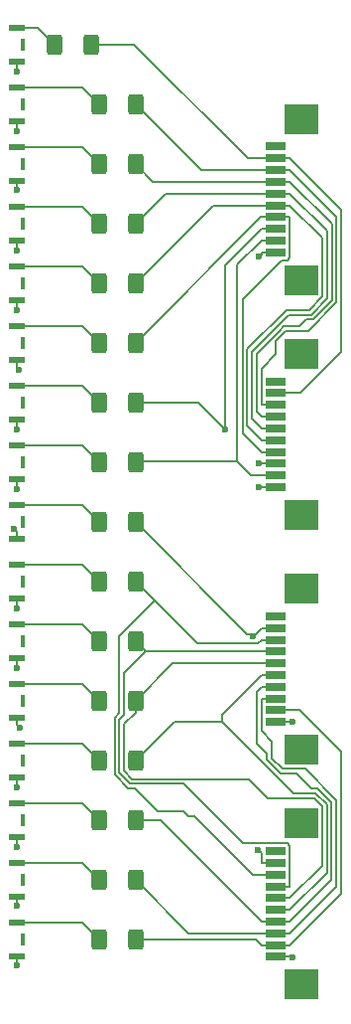
<source format=gbr>
%TF.GenerationSoftware,KiCad,Pcbnew,8.0.3-8.0.3-0~ubuntu22.04.1*%
%TF.CreationDate,2024-10-28T11:00:08+03:00*%
%TF.ProjectId,PM-LED16,504d2d4c-4544-4313-962e-6b696361645f,rev?*%
%TF.SameCoordinates,Original*%
%TF.FileFunction,Copper,L1,Top*%
%TF.FilePolarity,Positive*%
%FSLAX46Y46*%
G04 Gerber Fmt 4.6, Leading zero omitted, Abs format (unit mm)*
G04 Created by KiCad (PCBNEW 8.0.3-8.0.3-0~ubuntu22.04.1) date 2024-10-28 11:00:08*
%MOMM*%
%LPD*%
G01*
G04 APERTURE LIST*
G04 Aperture macros list*
%AMRoundRect*
0 Rectangle with rounded corners*
0 $1 Rounding radius*
0 $2 $3 $4 $5 $6 $7 $8 $9 X,Y pos of 4 corners*
0 Add a 4 corners polygon primitive as box body*
4,1,4,$2,$3,$4,$5,$6,$7,$8,$9,$2,$3,0*
0 Add four circle primitives for the rounded corners*
1,1,$1+$1,$2,$3*
1,1,$1+$1,$4,$5*
1,1,$1+$1,$6,$7*
1,1,$1+$1,$8,$9*
0 Add four rect primitives between the rounded corners*
20,1,$1+$1,$2,$3,$4,$5,0*
20,1,$1+$1,$4,$5,$6,$7,0*
20,1,$1+$1,$6,$7,$8,$9,0*
20,1,$1+$1,$8,$9,$2,$3,0*%
G04 Aperture macros list end*
%TA.AperFunction,SMDPad,CuDef*%
%ADD10R,1.410000X0.630000*%
%TD*%
%TA.AperFunction,SMDPad,CuDef*%
%ADD11R,0.430000X1.070000*%
%TD*%
%TA.AperFunction,SMDPad,CuDef*%
%ADD12RoundRect,0.250000X-0.400000X-0.625000X0.400000X-0.625000X0.400000X0.625000X-0.400000X0.625000X0*%
%TD*%
%TA.AperFunction,SMDPad,CuDef*%
%ADD13R,1.803400X0.635000*%
%TD*%
%TA.AperFunction,SMDPad,CuDef*%
%ADD14R,2.997200X2.590800*%
%TD*%
%TA.AperFunction,ViaPad*%
%ADD15C,0.600000*%
%TD*%
%TA.AperFunction,Conductor*%
%ADD16C,0.200000*%
%TD*%
G04 APERTURE END LIST*
D10*
%TO.P,D1,1*%
%TO.N,Net-(D1-Pad1)*%
X52131000Y-56200000D03*
%TO.P,D1,2*%
%TO.N,GND*%
X52131000Y-59040000D03*
D11*
%TO.P,D1,3*%
%TO.N,N/C*%
X52621000Y-57620000D03*
%TD*%
D12*
%TO.P,R8,1*%
%TO.N,Net-(D8-Pad1)*%
X59170000Y-93180000D03*
%TO.P,R8,2*%
%TO.N,Net-(J1-Pin_2)*%
X62270000Y-93180000D03*
%TD*%
%TO.P,R10,1*%
%TO.N,Net-(D10-Pad1)*%
X59170000Y-103340000D03*
%TO.P,R10,2*%
%TO.N,Net-(J3-Pin_8)*%
X62270000Y-103340000D03*
%TD*%
D13*
%TO.P,J4,1,Pin_1*%
%TO.N,GND*%
X74244000Y-135299991D03*
%TO.P,J4,2,Pin_2*%
%TO.N,Net-(J3-Pin_2)*%
X74244000Y-134299993D03*
%TO.P,J4,3,Pin_3*%
%TO.N,Net-(J3-Pin_3)*%
X74244000Y-133299995D03*
%TO.P,J4,4,Pin_4*%
%TO.N,Net-(J3-Pin_4)*%
X74244000Y-132299997D03*
%TO.P,J4,5,Pin_5*%
%TO.N,Net-(J3-Pin_5)*%
X74244000Y-131299999D03*
%TO.P,J4,6,Pin_6*%
%TO.N,Net-(J3-Pin_6)*%
X74244000Y-130300001D03*
%TO.P,J4,7,Pin_7*%
%TO.N,Net-(J3-Pin_7)*%
X74244000Y-129300003D03*
%TO.P,J4,8,Pin_8*%
%TO.N,Net-(J3-Pin_8)*%
X74244000Y-128300005D03*
%TO.P,J4,9,Pin_9*%
%TO.N,Net-(J3-Pin_9)*%
X74244000Y-127300007D03*
%TO.P,J4,10,Pin_10*%
%TO.N,unconnected-(J4-Pin_10-Pad10)*%
X74244000Y-126300009D03*
D14*
%TO.P,J4,11*%
%TO.N,N/C*%
X76414001Y-137650002D03*
%TO.P,J4,12*%
X76414001Y-123949998D03*
%TD*%
D13*
%TO.P,J1,1,Pin_1*%
%TO.N,GND*%
X74244000Y-75299991D03*
%TO.P,J1,2,Pin_2*%
%TO.N,Net-(J1-Pin_2)*%
X74244000Y-74299993D03*
%TO.P,J1,3,Pin_3*%
%TO.N,Net-(J1-Pin_3)*%
X74244000Y-73299995D03*
%TO.P,J1,4,Pin_4*%
%TO.N,Net-(J1-Pin_4)*%
X74244000Y-72299997D03*
%TO.P,J1,5,Pin_5*%
%TO.N,Net-(J1-Pin_5)*%
X74244000Y-71299999D03*
%TO.P,J1,6,Pin_6*%
%TO.N,Net-(J1-Pin_6)*%
X74244000Y-70300001D03*
%TO.P,J1,7,Pin_7*%
%TO.N,Net-(J1-Pin_7)*%
X74244000Y-69300003D03*
%TO.P,J1,8,Pin_8*%
%TO.N,Net-(J1-Pin_8)*%
X74244000Y-68300005D03*
%TO.P,J1,9,Pin_9*%
%TO.N,Net-(J1-Pin_9)*%
X74244000Y-67300007D03*
%TO.P,J1,10,Pin_10*%
%TO.N,unconnected-(J1-Pin_10-Pad10)*%
X74244000Y-66300009D03*
D14*
%TO.P,J1,11*%
%TO.N,N/C*%
X76414001Y-77650002D03*
%TO.P,J1,12*%
X76414001Y-63949998D03*
%TD*%
D10*
%TO.P,D11,1*%
%TO.N,Net-(D11-Pad1)*%
X52131000Y-107000000D03*
%TO.P,D11,2*%
%TO.N,GND*%
X52131000Y-109840000D03*
D11*
%TO.P,D11,3*%
%TO.N,N/C*%
X52621000Y-108420000D03*
%TD*%
D12*
%TO.P,R1,1*%
%TO.N,Net-(D1-Pad1)*%
X55360000Y-57620000D03*
%TO.P,R1,2*%
%TO.N,Net-(J1-Pin_9)*%
X58460000Y-57620000D03*
%TD*%
D10*
%TO.P,D5,1*%
%TO.N,Net-(D5-Pad1)*%
X52131000Y-76520000D03*
%TO.P,D5,2*%
%TO.N,GND*%
X52131000Y-79360000D03*
D11*
%TO.P,D5,3*%
%TO.N,N/C*%
X52621000Y-77940000D03*
%TD*%
D10*
%TO.P,D14,1*%
%TO.N,Net-(D14-Pad1)*%
X52131000Y-122240000D03*
%TO.P,D14,2*%
%TO.N,GND*%
X52131000Y-125080000D03*
D11*
%TO.P,D14,3*%
%TO.N,N/C*%
X52621000Y-123660000D03*
%TD*%
D12*
%TO.P,R3,1*%
%TO.N,Net-(D3-Pad1)*%
X59170000Y-67780000D03*
%TO.P,R3,2*%
%TO.N,Net-(J1-Pin_7)*%
X62270000Y-67780000D03*
%TD*%
%TO.P,R13,1*%
%TO.N,Net-(D13-Pad1)*%
X59170000Y-118580000D03*
%TO.P,R13,2*%
%TO.N,Net-(J3-Pin_5)*%
X62270000Y-118580000D03*
%TD*%
%TO.P,R7,1*%
%TO.N,Net-(D7-Pad1)*%
X59170000Y-88100000D03*
%TO.P,R7,2*%
%TO.N,Net-(J1-Pin_3)*%
X62270000Y-88100000D03*
%TD*%
D10*
%TO.P,D10,1*%
%TO.N,Net-(D10-Pad1)*%
X52131000Y-101920000D03*
%TO.P,D10,2*%
%TO.N,GND*%
X52131000Y-104760000D03*
D11*
%TO.P,D10,3*%
%TO.N,N/C*%
X52621000Y-103340000D03*
%TD*%
D12*
%TO.P,R6,1*%
%TO.N,Net-(D6-Pad1)*%
X59170000Y-83020000D03*
%TO.P,R6,2*%
%TO.N,Net-(J1-Pin_4)*%
X62270000Y-83020000D03*
%TD*%
D13*
%TO.P,J3,1,Pin_1*%
%TO.N,GND*%
X74244000Y-115299991D03*
%TO.P,J3,2,Pin_2*%
%TO.N,Net-(J3-Pin_2)*%
X74244000Y-114299993D03*
%TO.P,J3,3,Pin_3*%
%TO.N,Net-(J3-Pin_3)*%
X74244000Y-113299995D03*
%TO.P,J3,4,Pin_4*%
%TO.N,Net-(J3-Pin_4)*%
X74244000Y-112299997D03*
%TO.P,J3,5,Pin_5*%
%TO.N,Net-(J3-Pin_5)*%
X74244000Y-111299999D03*
%TO.P,J3,6,Pin_6*%
%TO.N,Net-(J3-Pin_6)*%
X74244000Y-110300001D03*
%TO.P,J3,7,Pin_7*%
%TO.N,Net-(J3-Pin_7)*%
X74244000Y-109300003D03*
%TO.P,J3,8,Pin_8*%
%TO.N,Net-(J3-Pin_8)*%
X74244000Y-108300005D03*
%TO.P,J3,9,Pin_9*%
%TO.N,Net-(J3-Pin_9)*%
X74244000Y-107300007D03*
%TO.P,J3,10,Pin_10*%
%TO.N,unconnected-(J3-Pin_10-Pad10)*%
X74244000Y-106300009D03*
D14*
%TO.P,J3,11*%
%TO.N,N/C*%
X76414001Y-117650002D03*
%TO.P,J3,12*%
X76414001Y-103949998D03*
%TD*%
D12*
%TO.P,R5,1*%
%TO.N,Net-(D5-Pad1)*%
X59170000Y-77940000D03*
%TO.P,R5,2*%
%TO.N,Net-(J1-Pin_5)*%
X62270000Y-77940000D03*
%TD*%
%TO.P,R12,1*%
%TO.N,Net-(D12-Pad1)*%
X59170000Y-113500000D03*
%TO.P,R12,2*%
%TO.N,Net-(J3-Pin_6)*%
X62270000Y-113500000D03*
%TD*%
D10*
%TO.P,D9,1*%
%TO.N,Net-(D9-Pad1)*%
X52131000Y-96840000D03*
%TO.P,D9,2*%
%TO.N,GND*%
X52131000Y-99680000D03*
D11*
%TO.P,D9,3*%
%TO.N,N/C*%
X52621000Y-98260000D03*
%TD*%
D10*
%TO.P,D6,1*%
%TO.N,Net-(D6-Pad1)*%
X52131000Y-81600000D03*
%TO.P,D6,2*%
%TO.N,GND*%
X52131000Y-84440000D03*
D11*
%TO.P,D6,3*%
%TO.N,N/C*%
X52621000Y-83020000D03*
%TD*%
D12*
%TO.P,R2,1*%
%TO.N,Net-(D2-Pad1)*%
X59170000Y-62700000D03*
%TO.P,R2,2*%
%TO.N,Net-(J1-Pin_8)*%
X62270000Y-62700000D03*
%TD*%
D10*
%TO.P,D2,1*%
%TO.N,Net-(D2-Pad1)*%
X52131000Y-61280000D03*
%TO.P,D2,2*%
%TO.N,GND*%
X52131000Y-64120000D03*
D11*
%TO.P,D2,3*%
%TO.N,N/C*%
X52621000Y-62700000D03*
%TD*%
D12*
%TO.P,R4,1*%
%TO.N,Net-(D4-Pad1)*%
X59170000Y-72860000D03*
%TO.P,R4,2*%
%TO.N,Net-(J1-Pin_6)*%
X62270000Y-72860000D03*
%TD*%
D10*
%TO.P,D7,1*%
%TO.N,Net-(D7-Pad1)*%
X52131000Y-86680000D03*
%TO.P,D7,2*%
%TO.N,GND*%
X52131000Y-89520000D03*
D11*
%TO.P,D7,3*%
%TO.N,N/C*%
X52621000Y-88100000D03*
%TD*%
D10*
%TO.P,D13,1*%
%TO.N,Net-(D13-Pad1)*%
X52131000Y-117160000D03*
%TO.P,D13,2*%
%TO.N,GND*%
X52131000Y-120000000D03*
D11*
%TO.P,D13,3*%
%TO.N,N/C*%
X52621000Y-118580000D03*
%TD*%
D10*
%TO.P,D15,1*%
%TO.N,Net-(D15-Pad1)*%
X52131000Y-127320000D03*
%TO.P,D15,2*%
%TO.N,GND*%
X52131000Y-130160000D03*
D11*
%TO.P,D15,3*%
%TO.N,N/C*%
X52621000Y-128740000D03*
%TD*%
D12*
%TO.P,R11,1*%
%TO.N,Net-(D11-Pad1)*%
X59170000Y-108420000D03*
%TO.P,R11,2*%
%TO.N,Net-(J3-Pin_7)*%
X62270000Y-108420000D03*
%TD*%
%TO.P,R14,1*%
%TO.N,Net-(D14-Pad1)*%
X59170000Y-123660000D03*
%TO.P,R14,2*%
%TO.N,Net-(J3-Pin_4)*%
X62270000Y-123660000D03*
%TD*%
D10*
%TO.P,D12,1*%
%TO.N,Net-(D12-Pad1)*%
X52131000Y-112080000D03*
%TO.P,D12,2*%
%TO.N,GND*%
X52131000Y-114920000D03*
D11*
%TO.P,D12,3*%
%TO.N,N/C*%
X52621000Y-113500000D03*
%TD*%
D10*
%TO.P,D8,1*%
%TO.N,Net-(D8-Pad1)*%
X52131000Y-91760000D03*
%TO.P,D8,2*%
%TO.N,GND*%
X52131000Y-94600000D03*
D11*
%TO.P,D8,3*%
%TO.N,N/C*%
X52621000Y-93180000D03*
%TD*%
D12*
%TO.P,R16,1*%
%TO.N,Net-(D16-Pad1)*%
X59170000Y-133820000D03*
%TO.P,R16,2*%
%TO.N,Net-(J3-Pin_2)*%
X62270000Y-133820000D03*
%TD*%
D10*
%TO.P,D16,1*%
%TO.N,Net-(D16-Pad1)*%
X52131000Y-132400000D03*
%TO.P,D16,2*%
%TO.N,GND*%
X52131000Y-135240000D03*
D11*
%TO.P,D16,3*%
%TO.N,N/C*%
X52621000Y-133820000D03*
%TD*%
D10*
%TO.P,D4,1*%
%TO.N,Net-(D4-Pad1)*%
X52131000Y-71440000D03*
%TO.P,D4,2*%
%TO.N,GND*%
X52131000Y-74280000D03*
D11*
%TO.P,D4,3*%
%TO.N,N/C*%
X52621000Y-72860000D03*
%TD*%
D12*
%TO.P,R15,1*%
%TO.N,Net-(D15-Pad1)*%
X59170000Y-128740000D03*
%TO.P,R15,2*%
%TO.N,Net-(J3-Pin_3)*%
X62270000Y-128740000D03*
%TD*%
D10*
%TO.P,D3,1*%
%TO.N,Net-(D3-Pad1)*%
X52131000Y-66360000D03*
%TO.P,D3,2*%
%TO.N,GND*%
X52131000Y-69200000D03*
D11*
%TO.P,D3,3*%
%TO.N,N/C*%
X52621000Y-67780000D03*
%TD*%
D13*
%TO.P,J2,1,Pin_1*%
%TO.N,GND*%
X74244000Y-95299991D03*
%TO.P,J2,2,Pin_2*%
%TO.N,Net-(J1-Pin_2)*%
X74244000Y-94299993D03*
%TO.P,J2,3,Pin_3*%
%TO.N,Net-(J1-Pin_3)*%
X74244000Y-93299995D03*
%TO.P,J2,4,Pin_4*%
%TO.N,Net-(J1-Pin_4)*%
X74244000Y-92299997D03*
%TO.P,J2,5,Pin_5*%
%TO.N,Net-(J1-Pin_5)*%
X74244000Y-91299999D03*
%TO.P,J2,6,Pin_6*%
%TO.N,Net-(J1-Pin_6)*%
X74244000Y-90300001D03*
%TO.P,J2,7,Pin_7*%
%TO.N,Net-(J1-Pin_7)*%
X74244000Y-89300003D03*
%TO.P,J2,8,Pin_8*%
%TO.N,Net-(J1-Pin_8)*%
X74244000Y-88300005D03*
%TO.P,J2,9,Pin_9*%
%TO.N,Net-(J1-Pin_9)*%
X74244000Y-87300007D03*
%TO.P,J2,10,Pin_10*%
%TO.N,unconnected-(J2-Pin_10-Pad10)*%
X74244000Y-86300009D03*
D14*
%TO.P,J2,11*%
%TO.N,N/C*%
X76414001Y-97650002D03*
%TO.P,J2,12*%
X76414001Y-83949998D03*
%TD*%
D12*
%TO.P,R9,1*%
%TO.N,Net-(D9-Pad1)*%
X59170000Y-98260000D03*
%TO.P,R9,2*%
%TO.N,Net-(J3-Pin_9)*%
X62270000Y-98260000D03*
%TD*%
D15*
%TO.N,GND*%
X52131000Y-90360000D03*
X52131000Y-120833500D03*
X52131000Y-80198700D03*
X52131000Y-95440000D03*
X52131000Y-64962600D03*
X72836500Y-75656500D03*
X52380000Y-115757700D03*
X51894500Y-98826800D03*
X52131000Y-125920000D03*
X72801100Y-95309600D03*
X52131000Y-105600000D03*
X52131000Y-130987000D03*
X52131000Y-110680000D03*
X52131000Y-75120000D03*
X75661900Y-115275000D03*
X52131000Y-136065500D03*
X75658100Y-135377300D03*
X52131000Y-59880000D03*
X52131000Y-70017500D03*
X52355000Y-85277500D03*
%TO.N,Net-(J1-Pin_3)*%
X69938100Y-90428100D03*
X72772100Y-93262100D03*
%TO.N,Net-(J3-Pin_9)*%
X72342300Y-108020900D03*
X72764900Y-126223800D03*
%TD*%
D16*
%TO.N,Net-(D1-Pad1)*%
X53940000Y-56200000D02*
X52131000Y-56200000D01*
X55360000Y-57620000D02*
X53940000Y-56200000D01*
%TO.N,GND*%
X74244000Y-115300000D02*
X75447400Y-115300000D01*
X52131000Y-64962600D02*
X52131000Y-64120000D01*
X72801100Y-95309600D02*
X73031000Y-95309600D01*
X75524700Y-135377300D02*
X75447400Y-135300000D01*
X52131000Y-69200000D02*
X52131000Y-70017500D01*
X75658100Y-135377300D02*
X75524700Y-135377300D01*
X52131000Y-99680000D02*
X52131000Y-99063300D01*
X52159000Y-115536700D02*
X52131000Y-115536700D01*
X74244000Y-95300000D02*
X73040600Y-95300000D01*
X52131000Y-110680000D02*
X52131000Y-109840000D01*
X72836500Y-75656500D02*
X73040600Y-75452400D01*
X52131000Y-80198700D02*
X52131000Y-79360000D01*
X52131000Y-59880000D02*
X52131000Y-59040000D01*
X52131000Y-130987000D02*
X52131000Y-130160000D01*
X52131000Y-114920000D02*
X52131000Y-115536700D01*
X51894500Y-98826800D02*
X52131000Y-99063300D01*
X52380000Y-115757700D02*
X52159000Y-115536700D01*
X52131000Y-105600000D02*
X52131000Y-104760000D01*
X52355000Y-85277500D02*
X52134200Y-85056700D01*
X74244000Y-75300000D02*
X73040600Y-75300000D01*
X52131000Y-125920000D02*
X52131000Y-125080000D01*
X52131000Y-135240000D02*
X52131000Y-136065500D01*
X75661900Y-115275000D02*
X75472400Y-115275000D01*
X74244000Y-135300000D02*
X75447400Y-135300000D01*
X73040600Y-75452400D02*
X73040600Y-75300000D01*
X52131000Y-95440000D02*
X52131000Y-94600000D01*
X73031000Y-95309600D02*
X73040600Y-95300000D01*
X75472400Y-115275000D02*
X75447400Y-115300000D01*
X52134200Y-85056700D02*
X52131000Y-85056700D01*
X52131000Y-75120000D02*
X52131000Y-74280000D01*
X52131000Y-90360000D02*
X52131000Y-89520000D01*
X52131000Y-120833500D02*
X52131000Y-120000000D01*
X52131000Y-84440000D02*
X52131000Y-85056700D01*
%TO.N,Net-(D2-Pad1)*%
X59170000Y-62700000D02*
X57750000Y-61280000D01*
X57750000Y-61280000D02*
X52131000Y-61280000D01*
%TO.N,Net-(D3-Pad1)*%
X59170000Y-67780000D02*
X57750000Y-66360000D01*
X57750000Y-66360000D02*
X52131000Y-66360000D01*
%TO.N,Net-(D4-Pad1)*%
X57750000Y-71440000D02*
X52131000Y-71440000D01*
X59170000Y-72860000D02*
X57750000Y-71440000D01*
%TO.N,Net-(D5-Pad1)*%
X57750000Y-76520000D02*
X52131000Y-76520000D01*
X59170000Y-77940000D02*
X57750000Y-76520000D01*
%TO.N,Net-(D6-Pad1)*%
X57750000Y-81600000D02*
X52131000Y-81600000D01*
X59170000Y-83020000D02*
X57750000Y-81600000D01*
%TO.N,Net-(D7-Pad1)*%
X59170000Y-88100000D02*
X57750000Y-86680000D01*
X57750000Y-86680000D02*
X52131000Y-86680000D01*
%TO.N,Net-(D8-Pad1)*%
X57750000Y-91760000D02*
X52131000Y-91760000D01*
X59170000Y-93180000D02*
X57750000Y-91760000D01*
%TO.N,Net-(D9-Pad1)*%
X57750000Y-96840000D02*
X52131000Y-96840000D01*
X59170000Y-98260000D02*
X57750000Y-96840000D01*
%TO.N,Net-(D10-Pad1)*%
X59170000Y-103340000D02*
X57750000Y-101920000D01*
X57750000Y-101920000D02*
X52131000Y-101920000D01*
%TO.N,Net-(D11-Pad1)*%
X59170000Y-108420000D02*
X57750000Y-107000000D01*
X57750000Y-107000000D02*
X52131000Y-107000000D01*
%TO.N,Net-(D12-Pad1)*%
X57750000Y-112080000D02*
X52131000Y-112080000D01*
X59170000Y-113500000D02*
X57750000Y-112080000D01*
%TO.N,Net-(D13-Pad1)*%
X59170000Y-118580000D02*
X57750000Y-117160000D01*
X57750000Y-117160000D02*
X52131000Y-117160000D01*
%TO.N,Net-(D14-Pad1)*%
X59170000Y-123660000D02*
X57750000Y-122240000D01*
X57750000Y-122240000D02*
X52131000Y-122240000D01*
%TO.N,Net-(D15-Pad1)*%
X59170000Y-128740000D02*
X57750000Y-127320000D01*
X57750000Y-127320000D02*
X52131000Y-127320000D01*
%TO.N,Net-(D16-Pad1)*%
X59170000Y-133820000D02*
X57750000Y-132400000D01*
X57750000Y-132400000D02*
X52131000Y-132400000D01*
%TO.N,Net-(J1-Pin_6)*%
X73040600Y-90300000D02*
X72237200Y-89496600D01*
X78640800Y-79252500D02*
X78640800Y-73493400D01*
X72237200Y-89496600D02*
X72237200Y-83748700D01*
X72237200Y-83748700D02*
X75352000Y-80633900D01*
X75352000Y-80633900D02*
X77259400Y-80633900D01*
X64830000Y-70300000D02*
X74244000Y-70300000D01*
X78640800Y-73493400D02*
X75447400Y-70300000D01*
X77259400Y-80633900D02*
X78640800Y-79252500D01*
X62270000Y-72860000D02*
X64830000Y-70300000D01*
X74244000Y-90300000D02*
X73040600Y-90300000D01*
X74244000Y-70300000D02*
X75447400Y-70300000D01*
%TO.N,Net-(J1-Pin_9)*%
X79845900Y-83795800D02*
X79845900Y-71698500D01*
X74244000Y-67300000D02*
X75447400Y-67300000D01*
X71856500Y-67300000D02*
X74244000Y-67300000D01*
X58460000Y-57620000D02*
X62176500Y-57620000D01*
X62176500Y-57620000D02*
X71856500Y-67300000D01*
X76341700Y-87300000D02*
X79845900Y-83795800D01*
X74244000Y-87300000D02*
X76341700Y-87300000D01*
X79845900Y-71698500D02*
X75447400Y-67300000D01*
%TO.N,Net-(J1-Pin_3)*%
X67610000Y-88100000D02*
X69938100Y-90428100D01*
X69938100Y-76402500D02*
X73040600Y-73300000D01*
X74244000Y-93300000D02*
X72810000Y-93300000D01*
X62270000Y-88100000D02*
X67610000Y-88100000D01*
X72810000Y-93300000D02*
X72772100Y-93262100D01*
X69938100Y-90428100D02*
X69938100Y-76402500D01*
X74244000Y-73300000D02*
X73040600Y-73300000D01*
%TO.N,Net-(J1-Pin_4)*%
X72990000Y-72300000D02*
X62270000Y-83020000D01*
X74845700Y-72300000D02*
X74244000Y-72300000D01*
X74244000Y-72300000D02*
X72990000Y-72300000D01*
X71433800Y-90693200D02*
X73040600Y-92300000D01*
X75237600Y-75986000D02*
X74790000Y-75986000D01*
X74845700Y-72300000D02*
X75447400Y-72300000D01*
X75447400Y-75776200D02*
X75237600Y-75986000D01*
X74244000Y-92300000D02*
X73040600Y-92300000D01*
X71433800Y-79342200D02*
X71433800Y-90693200D01*
X75447400Y-72300000D02*
X75447400Y-75776200D01*
X74790000Y-75986000D02*
X71433800Y-79342200D01*
%TO.N,Net-(J1-Pin_7)*%
X76305900Y-81617800D02*
X76888100Y-81035600D01*
X74244000Y-69300000D02*
X75447400Y-69300000D01*
X74244000Y-69300000D02*
X73040600Y-69300000D01*
X76888100Y-81035600D02*
X77425700Y-81035600D01*
X72638900Y-88898300D02*
X72638900Y-83917100D01*
X74936100Y-81617800D02*
X76305900Y-81617800D01*
X73040600Y-89300000D02*
X72638900Y-88898300D01*
X62270000Y-67780000D02*
X63790000Y-69300000D01*
X63790000Y-69300000D02*
X73040600Y-69300000D01*
X74556500Y-81997400D02*
X74936100Y-81617800D01*
X77425700Y-81035600D02*
X79042500Y-79418800D01*
X74556500Y-81999500D02*
X74556500Y-81997400D01*
X79042500Y-79418800D02*
X79042500Y-72895100D01*
X79042500Y-72895100D02*
X75447400Y-69300000D01*
X74244000Y-89300000D02*
X73040600Y-89300000D01*
X72638900Y-83917100D02*
X74556500Y-81999500D01*
%TO.N,Net-(J1-Pin_2)*%
X62323400Y-93126600D02*
X62270000Y-93180000D01*
X74244000Y-94300000D02*
X73040600Y-94300000D01*
X70965000Y-93126600D02*
X70965000Y-76375600D01*
X70965000Y-76375600D02*
X73040600Y-74300000D01*
X73040600Y-94300000D02*
X72138400Y-94300000D01*
X72138400Y-94300000D02*
X70965000Y-93126600D01*
X70965000Y-93126600D02*
X62323400Y-93126600D01*
X74244000Y-74300000D02*
X73040600Y-74300000D01*
%TO.N,Net-(J1-Pin_5)*%
X77134400Y-80190900D02*
X78239100Y-79086200D01*
X74244000Y-71300000D02*
X75447400Y-71300000D01*
X74244000Y-91300000D02*
X73040600Y-91300000D01*
X71835500Y-83561500D02*
X75206100Y-80190900D01*
X75206100Y-80190900D02*
X77134400Y-80190900D01*
X62270000Y-77940000D02*
X68910000Y-71300000D01*
X73040600Y-91300000D02*
X71835500Y-90094900D01*
X68910000Y-71300000D02*
X74244000Y-71300000D01*
X78239100Y-74091700D02*
X75447400Y-71300000D01*
X78239100Y-79086200D02*
X78239100Y-74091700D01*
X71835500Y-90094900D02*
X71835500Y-83561500D01*
%TO.N,Net-(J1-Pin_8)*%
X73040600Y-85216700D02*
X74288300Y-83969000D01*
X74244000Y-88300000D02*
X73040600Y-88300000D01*
X62270000Y-62700000D02*
X67870000Y-68300000D01*
X74288300Y-82835700D02*
X75104500Y-82019500D01*
X74244000Y-68300000D02*
X75447400Y-68300000D01*
X74288300Y-83969000D02*
X74288300Y-82835700D01*
X75104500Y-82019500D02*
X77009800Y-82019500D01*
X67870000Y-68300000D02*
X74244000Y-68300000D01*
X73040600Y-88300000D02*
X73040600Y-85216700D01*
X79444200Y-72296800D02*
X75447400Y-68300000D01*
X77009800Y-82019500D02*
X79444200Y-79585100D01*
X79444200Y-79585100D02*
X79444200Y-72296800D01*
%TO.N,Net-(J3-Pin_5)*%
X75447400Y-131300000D02*
X78618100Y-128129300D01*
X74244000Y-111300000D02*
X73040600Y-111300000D01*
X77674700Y-121348000D02*
X75741200Y-121348000D01*
X73040600Y-111300000D02*
X69641300Y-114699300D01*
X69641300Y-115248100D02*
X65601900Y-115248100D01*
X74244000Y-131300000D02*
X75447400Y-131300000D01*
X75741200Y-121348000D02*
X69641300Y-115248100D01*
X78618100Y-122291400D02*
X77674700Y-121348000D01*
X78618100Y-128129300D02*
X78618100Y-122291400D01*
X65601900Y-115248100D02*
X62270000Y-118580000D01*
X69641300Y-114699300D02*
X69641300Y-115248100D01*
%TO.N,Net-(J3-Pin_2)*%
X73642300Y-134300000D02*
X73040600Y-134300000D01*
X74244000Y-134300000D02*
X75447400Y-134300000D01*
X73642300Y-134300000D02*
X74244000Y-134300000D01*
X79823200Y-117817200D02*
X76306000Y-114300000D01*
X79823200Y-129924200D02*
X79823200Y-117817200D01*
X75447400Y-134300000D02*
X79823200Y-129924200D01*
X76306000Y-114300000D02*
X74244000Y-114300000D01*
X72560600Y-133820000D02*
X62270000Y-133820000D01*
X73040600Y-134300000D02*
X72560600Y-133820000D01*
%TO.N,Net-(J3-Pin_4)*%
X79019800Y-128727600D02*
X79019800Y-122125100D01*
X77305700Y-120946300D02*
X76064100Y-119704700D01*
X73642300Y-132300000D02*
X74244000Y-132300000D01*
X62270000Y-123660000D02*
X64400600Y-123660000D01*
X73484900Y-118523700D02*
X73484900Y-117955700D01*
X72638900Y-112701700D02*
X73040600Y-112300000D01*
X77841000Y-120946300D02*
X77305700Y-120946300D01*
X73484900Y-117955700D02*
X72638900Y-117109700D01*
X72638900Y-117109700D02*
X72638900Y-112701700D01*
X79019800Y-122125100D02*
X77841000Y-120946300D01*
X73642300Y-132300000D02*
X73040600Y-132300000D01*
X64400600Y-123660000D02*
X73040600Y-132300000D01*
X75447400Y-132300000D02*
X79019800Y-128727600D01*
X76064100Y-119704700D02*
X74665900Y-119704700D01*
X74244000Y-112300000D02*
X73040600Y-112300000D01*
X74244000Y-132300000D02*
X75447400Y-132300000D01*
X74665900Y-119704700D02*
X73484900Y-118523700D01*
%TO.N,Net-(J3-Pin_6)*%
X78216400Y-122457700D02*
X78216400Y-127531000D01*
X61999400Y-120160900D02*
X71972600Y-120160900D01*
X73602700Y-121791000D02*
X77549700Y-121791000D01*
X71972600Y-120160900D02*
X73602700Y-121791000D01*
X61306900Y-115448300D02*
X61306900Y-119468400D01*
X65470000Y-110300000D02*
X62270000Y-113500000D01*
X62270000Y-114485200D02*
X61306900Y-115448300D01*
X74244000Y-130300000D02*
X75447400Y-130300000D01*
X77549700Y-121791000D02*
X78216400Y-122457700D01*
X73040600Y-110300000D02*
X65470000Y-110300000D01*
X78216400Y-127531000D02*
X75447400Y-130300000D01*
X74244000Y-110300000D02*
X73040600Y-110300000D01*
X62270000Y-113500000D02*
X62270000Y-114485200D01*
X61306900Y-119468400D02*
X61999400Y-120160900D01*
%TO.N,Net-(J3-Pin_3)*%
X73927900Y-118398700D02*
X73927900Y-116941900D01*
X74832200Y-119303000D02*
X73927900Y-118398700D01*
X79421500Y-121958800D02*
X76765700Y-119303000D01*
X73040600Y-116054600D02*
X73040600Y-113300000D01*
X75447400Y-133300000D02*
X79421500Y-129325900D01*
X76765700Y-119303000D02*
X74832200Y-119303000D01*
X74244000Y-133300000D02*
X75447400Y-133300000D01*
X79421500Y-129325900D02*
X79421500Y-121958800D01*
X73927900Y-116941900D02*
X73040600Y-116054600D01*
X62270000Y-128740000D02*
X66830000Y-133300000D01*
X66830000Y-133300000D02*
X74244000Y-133300000D01*
X74244000Y-113300000D02*
X73040600Y-113300000D01*
%TO.N,Net-(J3-Pin_7)*%
X61306900Y-114680400D02*
X60905200Y-115082100D01*
X75447400Y-125826900D02*
X75447400Y-129300000D01*
X71455900Y-125622000D02*
X75242500Y-125622000D01*
X74244000Y-109300000D02*
X63150000Y-109300000D01*
X63150000Y-109300000D02*
X61306900Y-111143100D01*
X63150000Y-109300000D02*
X62270000Y-108420000D01*
X61833100Y-120562600D02*
X66396500Y-120562600D01*
X61306900Y-111143100D02*
X61306900Y-114680400D01*
X66396500Y-120562600D02*
X71455900Y-125622000D01*
X74244000Y-129300000D02*
X75447400Y-129300000D01*
X60905200Y-119634700D02*
X61833100Y-120562600D01*
X75242500Y-125622000D02*
X75447400Y-125826900D01*
X60905200Y-115082100D02*
X60905200Y-119634700D01*
%TO.N,Net-(J3-Pin_8)*%
X60503500Y-119801000D02*
X61666800Y-120964300D01*
X72290600Y-128300000D02*
X74244000Y-128300000D01*
X67326400Y-123335800D02*
X72290600Y-128300000D01*
X72718000Y-108622600D02*
X73040600Y-108300000D01*
X63906100Y-104976000D02*
X67552600Y-108622600D01*
X60894700Y-107987400D02*
X60894700Y-114524500D01*
X60894700Y-114524500D02*
X60503500Y-114915700D01*
X63906100Y-104976000D02*
X60894700Y-107987400D01*
X62234700Y-120964300D02*
X64204600Y-122934200D01*
X60503500Y-114915700D02*
X60503500Y-119801000D01*
X65794100Y-122935700D02*
X66358300Y-122935700D01*
X62270000Y-103340000D02*
X63906100Y-104976000D01*
X65792600Y-122934200D02*
X65794100Y-122935700D01*
X61666800Y-120964300D02*
X62234700Y-120964300D01*
X66358300Y-122935700D02*
X66758400Y-123335800D01*
X64204600Y-122934200D02*
X65792600Y-122934200D01*
X74244000Y-108300000D02*
X73040600Y-108300000D01*
X67552600Y-108622600D02*
X72718000Y-108622600D01*
X66758400Y-123335800D02*
X67326400Y-123335800D01*
%TO.N,Net-(J3-Pin_9)*%
X74244000Y-127300000D02*
X73040600Y-127300000D01*
X72342300Y-107823300D02*
X72517300Y-107823300D01*
X71833300Y-107823300D02*
X72342300Y-107823300D01*
X72342300Y-107823300D02*
X72342300Y-108020900D01*
X62270000Y-98260000D02*
X71833300Y-107823300D01*
X72517300Y-107823300D02*
X73040600Y-107300000D01*
X74244000Y-107300000D02*
X73040600Y-107300000D01*
X73040600Y-127300000D02*
X73040600Y-126499500D01*
X73040600Y-126499500D02*
X72764900Y-126223800D01*
%TD*%
M02*

</source>
